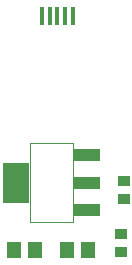
<source format=gtp>
G04*
G04 #@! TF.GenerationSoftware,Altium Limited,Altium Designer,19.0.4 (130)*
G04*
G04 Layer_Color=8421504*
%FSLAX25Y25*%
%MOIN*%
G70*
G01*
G75*
%ADD13C,0.00394*%
%ADD14R,0.04567X0.05787*%
%ADD15R,0.01575X0.06299*%
%ADD16R,0.08661X0.03937*%
%ADD17R,0.08661X0.13780*%
%ADD18R,0.03858X0.03661*%
D13*
X428783Y243311D02*
Y269689D01*
X414217Y243311D02*
Y269689D01*
Y243311D02*
X428783D01*
X414217Y269689D02*
X428783D01*
D14*
X416004Y234000D02*
D03*
X408996D02*
D03*
X433508D02*
D03*
X426500D02*
D03*
D15*
X418264Y312000D02*
D03*
X423382D02*
D03*
X425941D02*
D03*
X428500D02*
D03*
X420823D02*
D03*
D16*
X433311Y247445D02*
D03*
Y256500D02*
D03*
Y265555D02*
D03*
D17*
X409689Y256500D02*
D03*
D18*
X445500Y251000D02*
D03*
Y257063D02*
D03*
X444500Y233437D02*
D03*
Y239500D02*
D03*
M02*

</source>
